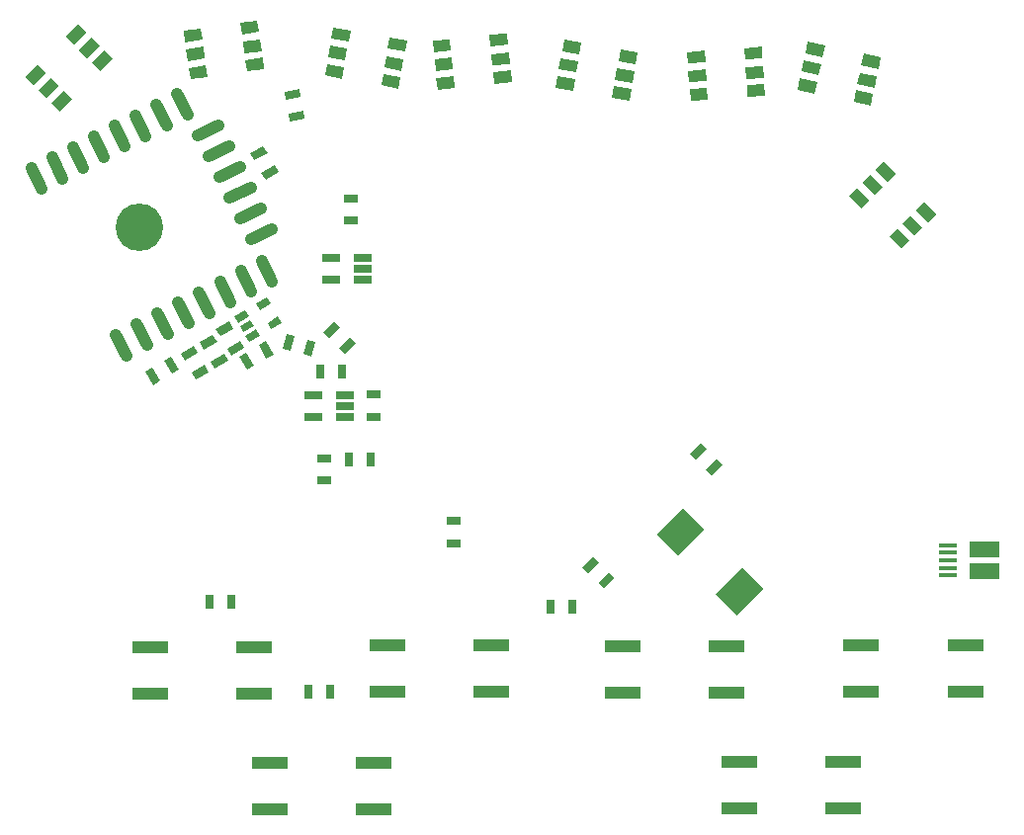
<source format=gtp>
G04 #@! TF.FileFunction,Paste,Top*
%FSLAX46Y46*%
G04 Gerber Fmt 4.6, Leading zero omitted, Abs format (unit mm)*
G04 Created by KiCad (PCBNEW 4.0.7-e2-6376~58~ubuntu16.04.1) date Fri Apr 20 01:19:44 2018*
%MOMM*%
%LPD*%
G01*
G04 APERTURE LIST*
%ADD10C,0.100000*%
%ADD11C,4.064000*%
%ADD12R,0.700000X1.300000*%
%ADD13R,1.300000X0.700000*%
%ADD14C,1.000000*%
%ADD15R,1.560000X0.650000*%
%ADD16R,3.100000X1.000000*%
%ADD17R,1.650000X0.400000*%
%ADD18R,2.500000X1.430000*%
G04 APERTURE END LIST*
D10*
D11*
X101080000Y-50100000D03*
D12*
X116590000Y-62410000D03*
X118490000Y-62410000D03*
D10*
G36*
X106287083Y-59919167D02*
X107412917Y-59269167D01*
X107762917Y-59875385D01*
X106637083Y-60525385D01*
X106287083Y-59919167D01*
X106287083Y-59919167D01*
G37*
G36*
X107237083Y-61564615D02*
X108362917Y-60914615D01*
X108712917Y-61520833D01*
X107587083Y-62170833D01*
X107237083Y-61564615D01*
X107237083Y-61564615D01*
G37*
D12*
X119020000Y-70000000D03*
X120920000Y-70000000D03*
D13*
X121170000Y-64400000D03*
X121170000Y-66300000D03*
D10*
G36*
X113032917Y-45340833D02*
X111907083Y-45990833D01*
X111557083Y-45384615D01*
X112682917Y-44734615D01*
X113032917Y-45340833D01*
X113032917Y-45340833D01*
G37*
G36*
X112082917Y-43695385D02*
X110957083Y-44345385D01*
X110607083Y-43739167D01*
X111732917Y-43089167D01*
X112082917Y-43695385D01*
X112082917Y-43695385D01*
G37*
D13*
X119220000Y-49510000D03*
X119220000Y-47610000D03*
D14*
X100012894Y-61041031D02*
X99104914Y-59259017D01*
X101794907Y-60133050D02*
X100886927Y-58351036D01*
X103576921Y-59225069D02*
X102668941Y-57443055D01*
X105358934Y-58317088D02*
X104450954Y-56535074D01*
X107140947Y-57409107D02*
X106232967Y-55627093D01*
X108922960Y-56501126D02*
X108014980Y-54719112D01*
X110704973Y-55593145D02*
X109796993Y-53811131D01*
X112486986Y-54685164D02*
X111579006Y-52903150D01*
X112453038Y-50213157D02*
X110671024Y-51121137D01*
X111545057Y-48431144D02*
X109763043Y-49339124D01*
X110637076Y-46649131D02*
X108855062Y-47557111D01*
X109729095Y-44867117D02*
X107947081Y-45775097D01*
X108821114Y-43085104D02*
X107039100Y-43993084D01*
X107913133Y-41303091D02*
X106131119Y-42211071D01*
X104315158Y-38647045D02*
X105223138Y-40429059D01*
X102533145Y-39555026D02*
X103441125Y-41337040D01*
X100751132Y-40463007D02*
X101659112Y-42245021D01*
X98969119Y-41370988D02*
X99877099Y-43153002D01*
X97187106Y-42278969D02*
X98095086Y-44060983D01*
X95405093Y-43186950D02*
X96313073Y-44968964D01*
X93623079Y-44094931D02*
X94531059Y-45876945D01*
X91841066Y-45002912D02*
X92749046Y-46784926D01*
D10*
G36*
X116203936Y-59868613D02*
X115867472Y-61124316D01*
X115191324Y-60943143D01*
X115527788Y-59687440D01*
X116203936Y-59868613D01*
X116203936Y-59868613D01*
G37*
G36*
X114368676Y-59376857D02*
X114032212Y-60632560D01*
X113356064Y-60451387D01*
X113692528Y-59195684D01*
X114368676Y-59376857D01*
X114368676Y-59376857D01*
G37*
G36*
X115275868Y-40787378D02*
X113995618Y-41013121D01*
X113874064Y-40323756D01*
X115154314Y-40098013D01*
X115275868Y-40787378D01*
X115275868Y-40787378D01*
G37*
G36*
X114945936Y-38916244D02*
X113665686Y-39141987D01*
X113544132Y-38452622D01*
X114824382Y-38226879D01*
X114945936Y-38916244D01*
X114945936Y-38916244D01*
G37*
D12*
X136320000Y-82600000D03*
X138220000Y-82600000D03*
D13*
X116960000Y-69840000D03*
X116960000Y-71740000D03*
X128020000Y-77150000D03*
X128020000Y-75250000D03*
D15*
X118720000Y-66320000D03*
X118720000Y-65370000D03*
X118720000Y-64420000D03*
X116020000Y-64420000D03*
X116020000Y-66320000D03*
X120210000Y-54590000D03*
X120210000Y-53640000D03*
X120210000Y-52690000D03*
X117510000Y-52690000D03*
X117510000Y-54590000D03*
D10*
G36*
X98100559Y-34905076D02*
X98807665Y-35612182D01*
X97747005Y-36672842D01*
X97039899Y-35965736D01*
X98100559Y-34905076D01*
X98100559Y-34905076D01*
G37*
G36*
X97004544Y-33809061D02*
X97711650Y-34516167D01*
X96650990Y-35576827D01*
X95943884Y-34869721D01*
X97004544Y-33809061D01*
X97004544Y-33809061D01*
G37*
G36*
X95837818Y-32642335D02*
X96544924Y-33349441D01*
X95484264Y-34410101D01*
X94777158Y-33702995D01*
X95837818Y-32642335D01*
X95837818Y-32642335D01*
G37*
G36*
X92372995Y-36107158D02*
X93080101Y-36814264D01*
X92019441Y-37874924D01*
X91312335Y-37167818D01*
X92372995Y-36107158D01*
X92372995Y-36107158D01*
G37*
G36*
X93504365Y-37238529D02*
X94211471Y-37945635D01*
X93150811Y-39006295D01*
X92443705Y-38299189D01*
X93504365Y-37238529D01*
X93504365Y-37238529D01*
G37*
G36*
X94635736Y-38369899D02*
X95342842Y-39077005D01*
X94282182Y-40137665D01*
X93575076Y-39430559D01*
X94635736Y-38369899D01*
X94635736Y-38369899D01*
G37*
G36*
X111671949Y-35513941D02*
X111811122Y-36504209D01*
X110325719Y-36712969D01*
X110186546Y-35722701D01*
X111671949Y-35513941D01*
X111671949Y-35513941D01*
G37*
G36*
X111456230Y-33979025D02*
X111595403Y-34969293D01*
X110110000Y-35178053D01*
X109970827Y-34187785D01*
X111456230Y-33979025D01*
X111456230Y-33979025D01*
G37*
G36*
X111226595Y-32345083D02*
X111365768Y-33335351D01*
X109880365Y-33544111D01*
X109741192Y-32553843D01*
X111226595Y-32345083D01*
X111226595Y-32345083D01*
G37*
G36*
X106374281Y-33027031D02*
X106513454Y-34017299D01*
X105028051Y-34226059D01*
X104888878Y-33235791D01*
X106374281Y-33027031D01*
X106374281Y-33027031D01*
G37*
G36*
X106596958Y-34611460D02*
X106736131Y-35601728D01*
X105250728Y-35810488D01*
X105111555Y-34820220D01*
X106596958Y-34611460D01*
X106596958Y-34611460D01*
G37*
G36*
X106819635Y-36195889D02*
X106958808Y-37186157D01*
X105473405Y-37394917D01*
X105334232Y-36404649D01*
X106819635Y-36195889D01*
X106819635Y-36195889D01*
G37*
G36*
X123470372Y-37188962D02*
X123296724Y-38173770D01*
X121819512Y-37913298D01*
X121993160Y-36928490D01*
X123470372Y-37188962D01*
X123470372Y-37188962D01*
G37*
G36*
X123739527Y-35662510D02*
X123565879Y-36647318D01*
X122088667Y-36386846D01*
X122262315Y-35402038D01*
X123739527Y-35662510D01*
X123739527Y-35662510D01*
G37*
G36*
X124026046Y-34037578D02*
X123852398Y-35022386D01*
X122375186Y-34761914D01*
X122548834Y-33777106D01*
X124026046Y-34037578D01*
X124026046Y-34037578D01*
G37*
G36*
X119200488Y-33186702D02*
X119026840Y-34171510D01*
X117549628Y-33911038D01*
X117723276Y-32926230D01*
X119200488Y-33186702D01*
X119200488Y-33186702D01*
G37*
G36*
X118922651Y-34762394D02*
X118749003Y-35747202D01*
X117271791Y-35486730D01*
X117445439Y-34501922D01*
X118922651Y-34762394D01*
X118922651Y-34762394D01*
G37*
G36*
X118644814Y-36338086D02*
X118471166Y-37322894D01*
X116993954Y-37062422D01*
X117167602Y-36077614D01*
X118644814Y-36338086D01*
X118644814Y-36338086D01*
G37*
G36*
X132917451Y-36609483D02*
X133021980Y-37604005D01*
X131530197Y-37760797D01*
X131425668Y-36766275D01*
X132917451Y-36609483D01*
X132917451Y-36609483D01*
G37*
G36*
X132755432Y-35067974D02*
X132859961Y-36062496D01*
X131368178Y-36219288D01*
X131263649Y-35224766D01*
X132755432Y-35067974D01*
X132755432Y-35067974D01*
G37*
G36*
X132582960Y-33427013D02*
X132687489Y-34421535D01*
X131195706Y-34578327D01*
X131091177Y-33583805D01*
X132582960Y-33427013D01*
X132582960Y-33427013D01*
G37*
G36*
X127709803Y-33939203D02*
X127814332Y-34933725D01*
X126322549Y-35090517D01*
X126218020Y-34095995D01*
X127709803Y-33939203D01*
X127709803Y-33939203D01*
G37*
G36*
X127877048Y-35530438D02*
X127981577Y-36524960D01*
X126489794Y-36681752D01*
X126385265Y-35687230D01*
X127877048Y-35530438D01*
X127877048Y-35530438D01*
G37*
G36*
X128044294Y-37121673D02*
X128148823Y-38116195D01*
X126657040Y-38272987D01*
X126552511Y-37278465D01*
X128044294Y-37121673D01*
X128044294Y-37121673D01*
G37*
G36*
X143240372Y-38248962D02*
X143066724Y-39233770D01*
X141589512Y-38973298D01*
X141763160Y-37988490D01*
X143240372Y-38248962D01*
X143240372Y-38248962D01*
G37*
G36*
X143509527Y-36722510D02*
X143335879Y-37707318D01*
X141858667Y-37446846D01*
X142032315Y-36462038D01*
X143509527Y-36722510D01*
X143509527Y-36722510D01*
G37*
G36*
X143796046Y-35097578D02*
X143622398Y-36082386D01*
X142145186Y-35821914D01*
X142318834Y-34837106D01*
X143796046Y-35097578D01*
X143796046Y-35097578D01*
G37*
G36*
X138970488Y-34246702D02*
X138796840Y-35231510D01*
X137319628Y-34971038D01*
X137493276Y-33986230D01*
X138970488Y-34246702D01*
X138970488Y-34246702D01*
G37*
G36*
X138692651Y-35822394D02*
X138519003Y-36807202D01*
X137041791Y-36546730D01*
X137215439Y-35561922D01*
X138692651Y-35822394D01*
X138692651Y-35822394D01*
G37*
G36*
X138414814Y-37398086D02*
X138241166Y-38382894D01*
X136763954Y-38122422D01*
X136937602Y-37137614D01*
X138414814Y-37398086D01*
X138414814Y-37398086D01*
G37*
G36*
X154638937Y-37794100D02*
X154708693Y-38791664D01*
X153212347Y-38896298D01*
X153142591Y-37898734D01*
X154638937Y-37794100D01*
X154638937Y-37794100D01*
G37*
G36*
X154530815Y-36247876D02*
X154600571Y-37245440D01*
X153104225Y-37350074D01*
X153034469Y-36352510D01*
X154530815Y-36247876D01*
X154530815Y-36247876D01*
G37*
G36*
X154415717Y-34601895D02*
X154485473Y-35599459D01*
X152989127Y-35704093D01*
X152919371Y-34706529D01*
X154415717Y-34601895D01*
X154415717Y-34601895D01*
G37*
G36*
X149527653Y-34943702D02*
X149597409Y-35941266D01*
X148101063Y-36045900D01*
X148031307Y-35048336D01*
X149527653Y-34943702D01*
X149527653Y-34943702D01*
G37*
G36*
X149639263Y-36539804D02*
X149709019Y-37537368D01*
X148212673Y-37642002D01*
X148142917Y-36644438D01*
X149639263Y-36539804D01*
X149639263Y-36539804D01*
G37*
G36*
X149750873Y-38135907D02*
X149820629Y-39133471D01*
X148324283Y-39238105D01*
X148254527Y-38240541D01*
X149750873Y-38135907D01*
X149750873Y-38135907D01*
G37*
G36*
X163961370Y-38646280D02*
X163753458Y-39624428D01*
X162286236Y-39312560D01*
X162494148Y-38334412D01*
X163961370Y-38646280D01*
X163961370Y-38646280D01*
G37*
G36*
X164283633Y-37130151D02*
X164075721Y-38108299D01*
X162608499Y-37796431D01*
X162816411Y-36818283D01*
X164283633Y-37130151D01*
X164283633Y-37130151D01*
G37*
G36*
X164626687Y-35516207D02*
X164418775Y-36494355D01*
X162951553Y-36182487D01*
X163159465Y-35204339D01*
X164626687Y-35516207D01*
X164626687Y-35516207D01*
G37*
G36*
X159833764Y-34497440D02*
X159625852Y-35475588D01*
X158158630Y-35163720D01*
X158366542Y-34185572D01*
X159833764Y-34497440D01*
X159833764Y-34497440D01*
G37*
G36*
X159501105Y-36062476D02*
X159293193Y-37040624D01*
X157825971Y-36728756D01*
X158033883Y-35750608D01*
X159501105Y-36062476D01*
X159501105Y-36062476D01*
G37*
G36*
X159168447Y-37627513D02*
X158960535Y-38605661D01*
X157493313Y-38293793D01*
X157701225Y-37315645D01*
X159168447Y-37627513D01*
X159168447Y-37627513D01*
G37*
G36*
X167104924Y-51200559D02*
X166397818Y-51907665D01*
X165337158Y-50847005D01*
X166044264Y-50139899D01*
X167104924Y-51200559D01*
X167104924Y-51200559D01*
G37*
G36*
X168200939Y-50104544D02*
X167493833Y-50811650D01*
X166433173Y-49750990D01*
X167140279Y-49043884D01*
X168200939Y-50104544D01*
X168200939Y-50104544D01*
G37*
G36*
X169367665Y-48937818D02*
X168660559Y-49644924D01*
X167599899Y-48584264D01*
X168307005Y-47877158D01*
X169367665Y-48937818D01*
X169367665Y-48937818D01*
G37*
G36*
X165902842Y-45472995D02*
X165195736Y-46180101D01*
X164135076Y-45119441D01*
X164842182Y-44412335D01*
X165902842Y-45472995D01*
X165902842Y-45472995D01*
G37*
G36*
X164771471Y-46604365D02*
X164064365Y-47311471D01*
X163003705Y-46250811D01*
X163710811Y-45543705D01*
X164771471Y-46604365D01*
X164771471Y-46604365D01*
G37*
G36*
X163640101Y-47735736D02*
X162932995Y-48442842D01*
X161872335Y-47382182D01*
X162579441Y-46675076D01*
X163640101Y-47735736D01*
X163640101Y-47735736D01*
G37*
D16*
X102055000Y-86040000D03*
X102055000Y-90040000D03*
X110965000Y-90040000D03*
X110965000Y-86040000D03*
X112275000Y-95930000D03*
X112275000Y-99930000D03*
X121185000Y-99930000D03*
X121185000Y-95930000D03*
X122335000Y-85870000D03*
X122335000Y-89870000D03*
X131245000Y-89870000D03*
X131245000Y-85870000D03*
X142535000Y-85930000D03*
X142535000Y-89930000D03*
X151445000Y-89930000D03*
X151445000Y-85930000D03*
X162955000Y-85860000D03*
X162955000Y-89860000D03*
X171865000Y-89860000D03*
X171865000Y-85860000D03*
X152515000Y-95840000D03*
X152515000Y-99840000D03*
X161425000Y-99840000D03*
X161425000Y-95840000D03*
D17*
X170410000Y-79900000D03*
X170410000Y-79250000D03*
X170410000Y-78600000D03*
X170410000Y-77950000D03*
X170410000Y-77300000D03*
D18*
X173530000Y-79560000D03*
X173530000Y-77640000D03*
D10*
G36*
X150474974Y-81467716D02*
X152737716Y-79204974D01*
X154576194Y-81043452D01*
X152313452Y-83306194D01*
X150474974Y-81467716D01*
X150474974Y-81467716D01*
G37*
G36*
X145383806Y-76376548D02*
X147646548Y-74113806D01*
X149485026Y-75952284D01*
X147222284Y-78215026D01*
X145383806Y-76376548D01*
X145383806Y-76376548D01*
G37*
G36*
X148281142Y-69450381D02*
X149200381Y-68531142D01*
X149695356Y-69026117D01*
X148776117Y-69945356D01*
X148281142Y-69450381D01*
X148281142Y-69450381D01*
G37*
G36*
X149624644Y-70793883D02*
X150543883Y-69874644D01*
X151038858Y-70369619D01*
X150119619Y-71288858D01*
X149624644Y-70793883D01*
X149624644Y-70793883D01*
G37*
D12*
X107120000Y-82140000D03*
X109020000Y-82140000D03*
X115560000Y-89840000D03*
X117460000Y-89840000D03*
D10*
G36*
X141808858Y-80089619D02*
X140889619Y-81008858D01*
X140394644Y-80513883D01*
X141313883Y-79594644D01*
X141808858Y-80089619D01*
X141808858Y-80089619D01*
G37*
G36*
X140465356Y-78746117D02*
X139546117Y-79665356D01*
X139051142Y-79170381D01*
X139970381Y-78251142D01*
X140465356Y-78746117D01*
X140465356Y-78746117D01*
G37*
G36*
X102259167Y-63572917D02*
X101609167Y-62447083D01*
X102215385Y-62097083D01*
X102865385Y-63222917D01*
X102259167Y-63572917D01*
X102259167Y-63572917D01*
G37*
G36*
X103904615Y-62622917D02*
X103254615Y-61497083D01*
X103860833Y-61147083D01*
X104510833Y-62272917D01*
X103904615Y-62622917D01*
X103904615Y-62622917D01*
G37*
G36*
X110092917Y-60400833D02*
X108967083Y-61050833D01*
X108617083Y-60444615D01*
X109742917Y-59794615D01*
X110092917Y-60400833D01*
X110092917Y-60400833D01*
G37*
G36*
X109142917Y-58755385D02*
X108017083Y-59405385D01*
X107667083Y-58799167D01*
X108792917Y-58149167D01*
X109142917Y-58755385D01*
X109142917Y-58755385D01*
G37*
G36*
X104627083Y-60879167D02*
X105752917Y-60229167D01*
X106102917Y-60835385D01*
X104977083Y-61485385D01*
X104627083Y-60879167D01*
X104627083Y-60879167D01*
G37*
G36*
X105577083Y-62524615D02*
X106702917Y-61874615D01*
X107052917Y-62480833D01*
X105927083Y-63130833D01*
X105577083Y-62524615D01*
X105577083Y-62524615D01*
G37*
G36*
X111940833Y-59827083D02*
X112590833Y-60952917D01*
X111984615Y-61302917D01*
X111334615Y-60177083D01*
X111940833Y-59827083D01*
X111940833Y-59827083D01*
G37*
G36*
X110295385Y-60777083D02*
X110945385Y-61902917D01*
X110339167Y-62252917D01*
X109689167Y-61127083D01*
X110295385Y-60777083D01*
X110295385Y-60777083D01*
G37*
G36*
X109555879Y-58253734D02*
X109230879Y-57690818D01*
X110148865Y-57160818D01*
X110473865Y-57723734D01*
X109555879Y-58253734D01*
X109555879Y-58253734D01*
G37*
G36*
X110030879Y-59076458D02*
X109705879Y-58513542D01*
X110623865Y-57983542D01*
X110948865Y-58546458D01*
X110030879Y-59076458D01*
X110030879Y-59076458D01*
G37*
G36*
X110505879Y-59899182D02*
X110180879Y-59336266D01*
X111098865Y-58806266D01*
X111423865Y-59369182D01*
X110505879Y-59899182D01*
X110505879Y-59899182D01*
G37*
G36*
X112411135Y-58799182D02*
X112086135Y-58236266D01*
X113004121Y-57706266D01*
X113329121Y-58269182D01*
X112411135Y-58799182D01*
X112411135Y-58799182D01*
G37*
G36*
X111461135Y-57153734D02*
X111136135Y-56590818D01*
X112054121Y-56060818D01*
X112379121Y-56623734D01*
X111461135Y-57153734D01*
X111461135Y-57153734D01*
G37*
G36*
X116901142Y-59080381D02*
X117820381Y-58161142D01*
X118315356Y-58656117D01*
X117396117Y-59575356D01*
X116901142Y-59080381D01*
X116901142Y-59080381D01*
G37*
G36*
X118244644Y-60423883D02*
X119163883Y-59504644D01*
X119658858Y-59999619D01*
X118739619Y-60918858D01*
X118244644Y-60423883D01*
X118244644Y-60423883D01*
G37*
M02*

</source>
